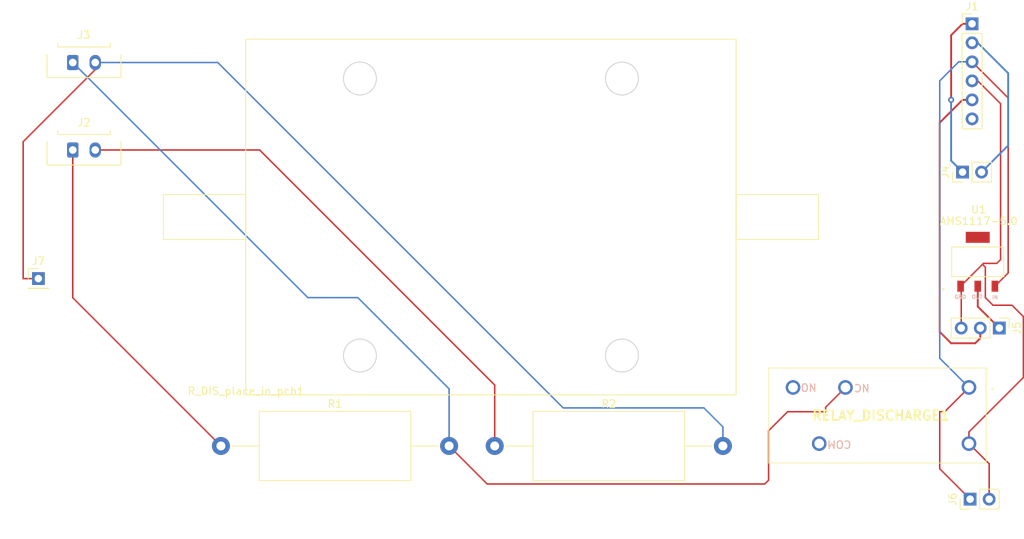
<source format=kicad_pcb>
(kicad_pcb (version 20211014) (generator pcbnew)
  (layers (0 "F.Cu" signal) (31 "B.Cu" signal) (34 "B.Paste" user) (35 "F.Paste" user) (36 "B.SilkS" user "B.Silkscreen") (37 "F.SilkS" user "F.Silkscreen") (38 "B.Mask" user) (39 "F.Mask" user) (44 "Edge.Cuts" user))
  (net 0 "")
  (net 1 "LV_{JNC}+")
  (net 2 "HV+")
  (net 4 "Net-(RELAY_DISCHARGE1-Pad4)")
  (net 5 "LV_{JNC}-")
  (net 6 "5V_{HALL}")
  (net 7 "TSMP+")
  (net 8 "TSMP-")
  (net 9 "HV-")
  (net 10 "HVD1")
  (net 11 "HVD2")
  (net 12 "HALL_SIG")
  (footprint "footprint:G2RL112DC" (layer "F.Cu") (at 190.85 103.438 180)
    (fp_text reference "RELAY_DISCHARGE1" (at 11.775 -3.75) (layer "F.SilkS") (effects (font (size 1.27 1.27) (thickness 0.254))))
    (fp_text value "G2RL-1_12DC" hide)
    (fp_text user "NO" (at 21.4122 0.0254 180 unlocked) (layer "B.SilkS"))
    (fp_text user "NC" (at 14.3002 -0.0508 180 unlocked) (layer "B.SilkS"))
    (fp_text user "COM" (at 17.3228 -7.5946 180 unlocked) (layer "B.SilkS"))
    (fp_line (start -2.3 -10.1) (end 26.75 -10.1) (layer "F.SilkS") (width 0.1))
    (fp_line (start 26.75 2.6) (end -2.3 2.6) (layer "F.SilkS") (width 0.1))
    (fp_line (start -2.3 2.6) (end -2.3 -10.1) (layer "F.SilkS") (width 0.1))
    (fp_line (start -3.2 -0.25) (end -3.2 -0.25) (layer "F.SilkS") (width 0.2))
    (fp_line (start -3.1 -0.25) (end -3.1 -0.25) (layer "F.SilkS") (width 0.2))
    (fp_line (start 26.75 -10.1) (end 26.75 2.6) (layer "F.SilkS") (width 0.1))
    (fp_line (start -3.2 -0.25) (end -3.2 -0.25) (layer "F.SilkS") (width 0.2))
    (fp_arc (start -3.1 -0.25) (mid -3.15 -0.2) (end -3.2 -0.25) (layer "F.SilkS") (width 0.2))
    (fp_arc (start -3.2 -0.25) (mid -3.15 -0.3) (end -3.1 -0.25) (layer "F.SilkS") (width 0.2))
    (fp_arc (start -3.1 -0.25) (mid -3.15 -0.2) (end -3.2 -0.25) (layer "F.SilkS") (width 0.2))
    (pad "1" thru_hole circle (at 0 0 180) (size 1.95 1.95) (drill 1.3) (layers *.Cu *.Mask) (net 1 "LV_{JNC}+"))
    (pad "2" thru_hole circle (at 16.5 0 180) (size 1.95 1.95) (drill 1.3) (layers *.Cu *.Mask) (net 2 "HV+"))
    (pad "3" thru_hole circle (at 23.5 0 180) (size 1.95 1.95) (drill 1.3) (layers *.Cu *.Mask))
    (pad "4" thru_hole circle (at 20 -7.5 180) (size 1.95 1.95) (drill 1.3) (layers *.Cu *.Mask) (net 4 "Net-(RELAY_DISCHARGE1-Pad4)"))
    (pad "5" thru_hole circle (at 0 -7.5 180) (size 1.95 1.95) (drill 1.3) (layers *.Cu *.Mask) (net 5 "LV_{JNC}-"))
  )
  (footprint "Connector_Molex:Molex_Micro-Fit_3.0_43650-0215_1x02_P3.00mm_Vertical" (layer "F.Cu") (at 71.144 60.037)
    (fp_text reference "J3" (at 1.5 -3.67) (layer "F.SilkS"))
    (fp_text value "HV")
    (fp_line (start 5.015 -2.08) (end 5.015 -2.58) (layer "F.SilkS") (width 0.12))
    (fp_line (start -2.015 -2.08) (end 5.015 -2.08) (layer "F.SilkS") (width 0.12))
    (fp_line (start 5.015 -2.58) (end 4.995 -2.58) (layer "F.SilkS") (width 0.12))
    (fp_line (start -2.015 -2.58) (end -2.015 -2.08) (layer "F.SilkS") (width 0.12))
    (fp_line (start 6.435 2.01) (end 6.435 -1.065) (layer "F.SilkS") (width 0.12))
    (fp_line (start -1.995 -2.58) (end -2.015 -2.58) (layer "F.SilkS") (width 0.12))
    (fp_line (start -3.435 -1.065) (end -3.435 2.01) (layer "F.SilkS") (width 0.12))
    (fp_line (start -3.435 2.01) (end 6.435 2.01) (layer "F.SilkS") (width 0.12))
    (pad "" np_thru_hole circle (at -3 -1.96) (size 1.27 1.27) (drill 1.27) (layers *.Cu *.Mask))
    (pad "" np_thru_hole circle (at 6 -1.96) (size 1.27 1.27) (drill 1.27) (layers *.Cu *.Mask))
    (pad "1" thru_hole roundrect (at 0 0) (size 1.5 2.02) (drill 1.02) (layers *.Cu *.Mask) (roundrect_rratio 0.166667) (net 2 "HV+"))
    (pad "2" thru_hole oval (at 3 0) (size 1.5 2.02) (drill 1.02) (layers *.Cu *.Mask) (net 9 "HV-"))
  )
  (footprint "Resistor_THT:R_Axial_DIN0922_L20.0mm_D9.0mm_P30.48mm_Horizontal" (layer "F.Cu") (at 90.932 111.252)
    (fp_text reference "R1" (at 15.24 -5.62) (layer "F.SilkS"))
    (fp_text value "10k")
    (fp_line (start 29.04 0) (end 25.36 0) (layer "F.SilkS") (width 0.12))
    (fp_line (start 25.36 4.62) (end 25.36 -4.62) (layer "F.SilkS") (width 0.12))
    (fp_line (start 5.12 -4.62) (end 5.12 4.62) (layer "F.SilkS") (width 0.12))
    (fp_line (start 1.44 0) (end 5.12 0) (layer "F.SilkS") (width 0.12))
    (fp_line (start 25.36 -4.62) (end 5.12 -4.62) (layer "F.SilkS") (width 0.12))
    (fp_line (start 5.12 4.62) (end 25.36 4.62) (layer "F.SilkS") (width 0.12))
    (pad "1" thru_hole circle (at 0 0) (size 2.4 2.4) (drill 1.2) (layers *.Cu *.Mask) (net 7 "TSMP+"))
    (pad "2" thru_hole oval (at 30.48 0) (size 2.4 2.4) (drill 1.2) (layers *.Cu *.Mask) (net 2 "HV+"))
  )
  (footprint "Resistor_THT:R_Axial_DIN0922_L20.0mm_D9.0mm_P30.48mm_Horizontal" (layer "F.Cu") (at 127.503 111.252)
    (fp_text reference "R2" (at 15.24 -5.62) (layer "F.SilkS"))
    (fp_text value "10k")
    (fp_line (start 25.36 -4.62) (end 5.12 -4.62) (layer "F.SilkS") (width 0.12))
    (fp_line (start 5.12 -4.62) (end 5.12 4.62) (layer "F.SilkS") (width 0.12))
    (fp_line (start 1.44 0) (end 5.12 0) (layer "F.SilkS") (width 0.12))
    (fp_line (start 5.12 4.62) (end 25.36 4.62) (layer "F.SilkS") (width 0.12))
    (fp_line (start 25.36 4.62) (end 25.36 -4.62) (layer "F.SilkS") (width 0.12))
    (fp_line (start 29.04 0) (end 25.36 0) (layer "F.SilkS") (width 0.12))
    (pad "1" thru_hole circle (at 0 0) (size 2.4 2.4) (drill 1.2) (layers *.Cu *.Mask) (net 8 "TSMP-"))
    (pad "2" thru_hole oval (at 30.48 0) (size 2.4 2.4) (drill 1.2) (layers *.Cu *.Mask) (net 9 "HV-"))
  )
  (footprint "Connector_PinHeader_2.54mm:PinHeader_1x02_P2.54mm_Vertical" (layer "F.Cu") (at 189.992 74.676 90)
    (fp_text reference "J4" (at 0 -2.33 90) (layer "F.SilkS"))
    (fp_text value "HVD_IN")
    (fp_line (start -1.33 -1.33) (end 0 -1.33) (layer "F.SilkS") (width 0.12))
    (fp_line (start -1.33 1.27) (end 1.33 1.27) (layer "F.SilkS") (width 0.12))
    (fp_line (start 1.33 1.27) (end 1.33 3.87) (layer "F.SilkS") (width 0.12))
    (fp_line (start -1.33 1.27) (end -1.33 3.87) (layer "F.SilkS") (width 0.12))
    (fp_line (start -1.33 0) (end -1.33 -1.33) (layer "F.SilkS") (width 0.12))
    (fp_line (start -1.33 3.87) (end 1.33 3.87) (layer "F.SilkS") (width 0.12))
    (pad "1" thru_hole rect (at 0 0 90) (size 1.7 1.7) (drill 1) (layers *.Cu *.Mask) (net 10 "HVD1"))
    (pad "2" thru_hole oval (at 0 2.54 90) (size 1.7 1.7) (drill 1) (layers *.Cu *.Mask) (net 11 "HVD2"))
  )
  (footprint "footprint:AMS1117-5.0" (layer "F.Cu") (at 192.025 86.6521)
    (fp_text reference "U1" (at 0.127 -6.985) (layer "F.SilkS"))
    (fp_text value "AMS1117-5.0" (at 0.127 -5.4356) (layer "F.SilkS"))
    (fp_text user "IN" (at 2.3114 4.7498 unlocked) (layer "B.SilkS") (effects (font (size 0.5 0.5) (thickness 0.1))))
    (fp_text user "GND" (at -2.3368 4.699 unlocked) (layer "B.SilkS") (effects (font (size 0.5 0.5) (thickness 0.1))))
    (fp_text user "OUT" (at -0.0762 4.699 unlocked) (layer "B.SilkS") (effects (font (size 0.5 0.5) (thickness 0.1))))
    (fp_line (start 3.4798 -1.9812) (end -3.4798 -1.9812) (layer "F.SilkS") (width 0.12))
    (fp_line (start 3.4798 1.9812) (end 3.4798 -1.9812) (layer "F.SilkS") (width 0.12))
    (fp_line (start -3.4798 1.9812) (end 3.4798 1.9812) (layer "F.SilkS") (width 0.12))
    (fp_line (start -3.4798 -1.9812) (end -3.4798 1.9812) (layer "F.SilkS") (width 0.12))
    (fp_circle (center -4.6228 3.6449) (end -4.4958 3.6449) (layer "F.SilkS") (width 0.12) (fill none))
    (pad "1" smd rect (at -2.29 3.2639) (size 0.889 1.4732) (layers "F.Cu" "F.Paste" "F.Mask") (net 5 "LV_{JNC}-"))
    (pad "2" smd rect (at 0 3.2639) (size 0.889 1.4732) (layers "F.Cu" "F.Paste" "F.Mask") (net 6 "5V_{HALL}"))
    (pad "3" smd rect (at 2.29 3.2639) (size 0.889 1.4732) (layers "F.Cu" "F.Paste" "F.Mask") (net 1 "LV_{JNC}+"))
    (pad "4" smd rect (at 0 -3.2639) (size 3.2004 1.4732) (layers "F.Cu" "F.Paste" "F.Mask"))
  )
  (footprint "Connector_PinHeader_2.54mm:PinHeader_1x03_P2.54mm_Vertical" (layer "F.Cu") (at 194.9002 95.5066 -90)
    (fp_text reference "J5" (at 0 -2.33 90) (layer "F.SilkS"))
    (fp_text value "HALL")
    (fp_line (start -1.33 6.41) (end 1.33 6.41) (layer "F.SilkS") (width 0.12))
    (fp_line (start 1.33 1.27) (end 1.33 6.41) (layer "F.SilkS") (width 0.12))
    (fp_line (start -1.33 1.27) (end 1.33 1.27) (layer "F.SilkS") (width 0.12))
    (fp_line (start -1.33 0) (end -1.33 -1.33) (layer "F.SilkS") (width 0.12))
    (fp_line (start -1.33 1.27) (end -1.33 6.41) (layer "F.SilkS") (width 0.12))
    (fp_line (start -1.33 -1.33) (end 0 -1.33) (layer "F.SilkS") (width 0.12))
    (pad "1" thru_hole rect (at 0 0 270) (size 1.7 1.7) (drill 1) (layers *.Cu *.Mask) (net 6 "5V_{HALL}"))
    (pad "2" thru_hole oval (at 0 2.54 270) (size 1.7 1.7) (drill 1) (layers *.Cu *.Mask) (net 12 "HALL_SIG"))
    (pad "3" thru_hole oval (at 0 5.08 270) (size 1.7 1.7) (drill 1) (layers *.Cu *.Mask) (net 5 "LV_{JNC}-"))
  )
  (footprint "Connector_PinHeader_2.54mm:PinHeader_1x06_P2.54mm_Vertical" (layer "F.Cu") (at 191.267 54.864)
    (fp_text reference "J1" (at 0 -2.33) (layer "F.SilkS"))
    (fp_text value "JUNC")
    (fp_line (start -1.33 0) (end -1.33 -1.33) (layer "F.SilkS") (width 0.12))
    (fp_line (start -1.33 1.27) (end 1.33 1.27) (layer "F.SilkS") (width 0.12))
    (fp_line (start 1.33 1.27) (end 1.33 14.03) (layer "F.SilkS") (width 0.12))
    (fp_line (start -1.33 -1.33) (end 0 -1.33) (layer "F.SilkS") (width 0.12))
    (fp_line (start -1.33 14.03) (end 1.33 14.03) (layer "F.SilkS") (width 0.12))
    (fp_line (start -1.33 1.27) (end -1.33 14.03) (layer "F.SilkS") (width 0.12))
    (pad "1" thru_hole rect (at 0 0) (size 1.7 1.7) (drill 1) (layers *.Cu *.Mask) (net 10 "HVD1"))
    (pad "2" thru_hole oval (at 0 2.54) (size 1.7 1.7) (drill 1) (layers *.Cu *.Mask) (net 11 "HVD2"))
    (pad "3" thru_hole oval (at 0 5.08) (size 1.7 1.7) (drill 1) (layers *.Cu *.Mask) (net 1 "LV_{JNC}+"))
    (pad "4" thru_hole oval (at 0 7.62) (size 1.7 1.7) (drill 1) (layers *.Cu *.Mask) (net 5 "LV_{JNC}-"))
    (pad "5" thru_hole oval (at 0 10.16) (size 1.7 1.7) (drill 1) (layers *.Cu *.Mask) (net 12 "HALL_SIG"))
    (pad "6" thru_hole oval (at 0 12.7) (size 1.7 1.7) (drill 1) (layers *.Cu *.Mask))
  )
  (footprint "footprint:HSC100" (layer "F.Cu") (at 94.25 104.427)
    (fp_text reference "R_DIS_place_in_pcb1" (at 0 -0.5 unlocked) (layer "F.SilkS"))
    (fp_text value "1k")
    (fp_rect (start 65.5 -20.75) (end 76.5 -26.75) (layer "F.SilkS") (width 0.12) (fill none))
    (fp_rect (start 0 0) (end 65.5 -47.5) (layer "F.SilkS") (width 0.12) (fill none))
    (fp_rect (start -11 -20.75) (end 0 -26.75) (layer "F.SilkS") (width 0.12) (fill none))
    (fp_circle (center 15.25 -42.25) (end 17.45 -42.25) (layer "Edge.Cuts") (width 0.12) (fill none))
    (fp_circle (center 50.25 -5.25) (end 52.45 -5.25) (layer "Edge.Cuts") (width 0.12) (fill none))
    (fp_circle (center 50.25 -42.25) (end 52.45 -42.25) (layer "Edge.Cuts") (width 0.12) (fill none))
    (fp_circle (center 15.25 -5.25) (end 17.45 -5.25) (layer "Edge.Cuts") (width 0.12) (fill none))
  )
  (footprint "Connector_Molex:Molex_Micro-Fit_3.0_43650-0215_1x02_P3.00mm_Vertical" (layer "F.Cu") (at 71.144 71.721)
    (fp_text reference "J2" (at 1.5 -3.67) (layer "F.SilkS"))
    (fp_text value "TSMP")
    (fp_line (start 5.015 -2.58) (end 4.995 -2.58) (layer "F.SilkS") (width 0.12))
    (fp_line (start 6.435 2.01) (end 6.435 -1.065) (layer "F.SilkS") (width 0.12))
    (fp_line (start -3.435 2.01) (end 6.435 2.01) (layer "F.SilkS") (width 0.12))
    (fp_line (start -1.995 -2.58) (end -2.015 -2.58) (layer "F.SilkS") (width 0.12))
    (fp_line (start -2.015 -2.58) (end -2.015 -2.08) (layer "F.SilkS") (width 0.12))
    (fp_line (start -3.435 -1.065) (end -3.435 2.01) (layer "F.SilkS") (width 0.12))
    (fp_line (start -2.015 -2.08) (end 5.015 -2.08) (layer "F.SilkS") (width 0.12))
    (fp_line (start 5.015 -2.08) (end 5.015 -2.58) (layer "F.SilkS") (width 0.12))
    (pad "" np_thru_hole circle (at -3 -1.96) (size 1.27 1.27) (drill 1.27) (layers *.Cu *.Mask))
    (pad "" np_thru_hole circle (at 6 -1.96) (size 1.27 1.27) (drill 1.27) (layers *.Cu *.Mask))
    (pad "1" thru_hole roundrect (at 0 0) (size 1.5 2.02) (drill 1.02) (layers *.Cu *.Mask) (roundrect_rratio 0.166667) (net 7 "TSMP+"))
    (pad "2" thru_hole oval (at 3 0) (size 1.5 2.02) (drill 1.02) (layers *.Cu *.Mask) (net 8 "TSMP-"))
  )
  (footprint "Connector_PinHeader_2.54mm:PinHeader_1x01_P2.54mm_Vertical" (layer "F.Cu") (at 66.548 88.9)
    (fp_text reference "J7" (at 0 -2.33) (layer "F.SilkS"))
    (fp_text value "R_DISCHARGE")
    (fp_line (start -1.33 1.33) (end 1.33 1.33) (layer "F.SilkS") (width 0.12))
    (fp_line (start -1.33 1.27) (end 1.33 1.27) (layer "F.SilkS") (width 0.12))
    (fp_line (start 1.33 1.27) (end 1.33 1.33) (layer "F.SilkS") (width 0.12))
    (fp_line (start -1.33 0) (end -1.33 -1.33) (layer "F.SilkS") (width 0.12))
    (fp_line (start -1.33 -1.33) (end 0 -1.33) (layer "F.SilkS") (width 0.12))
    (fp_line (start -1.33 1.27) (end -1.33 1.33) (layer "F.SilkS") (width 0.12))
    (pad "1" thru_hole rect (at 0 0) (size 1.7 1.7) (drill 1) (layers *.Cu *.Mask) (net 9 "HV-"))
  )
  (footprint "Connector_PinHeader_2.54mm:PinHeader_1x02_P2.54mm_Vertical" (layer "F.Cu") (at 191.008 118.364 90)
    (fp_text reference "J6" (at 0 -2.33 90) (layer "F.SilkS"))
    (fp_text value "ENERGYMETER")
    (fp_line (start -1.33 0) (end -1.33 -1.33) (layer "F.SilkS") (width 0.12))
    (fp_line (start -1.33 1.27) (end 1.33 1.27) (layer "F.SilkS") (width 0.12))
    (fp_line (start 1.33 1.27) (end 1.33 3.87) (layer "F.SilkS") (width 0.12))
    (fp_line (start -1.33 3.87) (end 1.33 3.87) (layer "F.SilkS") (width 0.12))
    (fp_line (start -1.33 1.27) (end -1.33 3.87) (layer "F.SilkS") (width 0.12))
    (fp_line (start -1.33 -1.33) (end 0 -1.33) (layer "F.SilkS") (width 0.12))
    (pad "1" thru_hole rect (at 0 0 90) (size 1.7 1.7) (drill 1) (layers *.Cu *.Mask) (net 1 "LV_{JNC}+"))
    (pad "2" thru_hole oval (at 0 2.54 90) (size 1.7 1.7) (drill 1) (layers *.Cu *.Mask) (net 5 "LV_{JNC}-"))
  )
  (segment (start 187.608 106.68) (end 186.944 106.68) (width 0.2) (layer "F.Cu") (net 1))
  (segment (start 186.944 106.68) (end 186.944 114.3) (width 0.2) (layer "F.Cu") (net 1))
  (segment (start 194.315 89.916) (end 196.088 88.143) (width 0.2) (layer "F.Cu") (net 1))
  (segment (start 186.944 114.3) (end 191.008 118.364) (width 0.2) (layer "F.Cu") (net 1))
  (segment (start 190.85 103.438) (end 187.608 106.68) (width 0.2) (layer "F.Cu") (net 1))
  (segment (start 196.088 64.765) (end 191.267 59.944) (width 0.2) (layer "F.Cu") (net 1))
  (segment (start 196.088 88.143) (end 196.088 64.765) (width 0.2) (layer "F.Cu") (net 1))
  (segment (start 186.944 99.532) (end 186.944 62.484) (width 0.2) (layer "B.Cu") (net 1))
  (segment (start 189.484 59.944) (end 191.267 59.944) (width 0.2) (layer "B.Cu") (net 1))
  (segment (start 190.85 103.438) (end 186.944 99.532) (width 0.2) (layer "B.Cu") (net 1))
  (segment (start 186.944 62.484) (end 189.484 59.944) (width 0.2) (layer "B.Cu") (net 1))
  (segment (start 164.084 115.824) (end 164.084 109.22) (width 0.2) (layer "F.Cu") (net 2))
  (segment (start 163.576 116.332) (end 164.084 115.824) (width 0.2) (layer "F.Cu") (net 2))
  (segment (start 171.704 106.68) (end 171.704 106.084) (width 0.2) (layer "F.Cu") (net 2))
  (segment (start 121.412 111.252) (end 126.492 116.332) (width 0.2) (layer "F.Cu") (net 2))
  (segment (start 126.492 116.332) (end 163.576 116.332) (width 0.2) (layer "F.Cu") (net 2))
  (segment (start 164.084 109.22) (end 166.624 106.68) (width 0.2) (layer "F.Cu") (net 2))
  (segment (start 171.704 106.084) (end 174.35 103.438) (width 0.2) (layer "F.Cu") (net 2))
  (segment (start 166.624 106.68) (end 171.704 106.68) (width 0.2) (layer "F.Cu") (net 2))
  (segment (start 71.144 60.037) (end 102.547 91.44) (width 0.2) (layer "B.Cu") (net 2))
  (segment (start 102.547 91.44) (end 109.22 91.44) (width 0.2) (layer "B.Cu") (net 2))
  (segment (start 121.412 103.632) (end 121.412 111.252) (width 0.2) (layer "B.Cu") (net 2))
  (segment (start 109.22 91.44) (end 121.412 103.632) (width 0.2) (layer "B.Cu") (net 2))
  (segment (start 192.6575 86.9935) (end 192.783 86.868) (width 0.2) (layer "F.Cu") (net 5))
  (segment (start 198.12 102.108) (end 198.12 93.98) (width 0.2) (layer "F.Cu") (net 5))
  (segment (start 190.85 110.938) (end 190.85 109.378) (width 0.2) (layer "F.Cu") (net 5))
  (segment (start 189.8202 90.0012) (end 189.735 89.916) (width 0.2) (layer "F.Cu") (net 5))
  (segment (start 193.04 91.44) (end 193.04 87.376) (width 0.2) (layer "F.Cu") (net 5))
  (segment (start 194.564 86.868) (end 195.072 86.36) (width 0.2) (layer "F.Cu") (net 5))
  (segment (start 196.596 92.456) (end 194.056 92.456) (width 0.2) (layer "F.Cu") (net 5))
  (segment (start 193.548 113.636) (end 190.85 110.938) (width 0.2) (layer "F.Cu") (net 5))
  (segment (start 195.072 86.36) (end 195.072 65.532) (width 0.2) (layer "F.Cu") (net 5))
  (segment (start 198.12 93.98) (end 196.596 92.456) (width 0.2) (layer "F.Cu") (net 5))
  (segment (start 195.072 65.532) (end 192.024 62.484) (width 0.2) (layer "F.Cu") (net 5))
  (segment (start 192.783 86.868) (end 194.564 86.868) (width 0.2) (layer "F.Cu") (net 5))
  (segment (start 194.056 92.456) (end 193.04 91.44) (width 0.2) (layer "F.Cu") (net 5))
  (segment (start 192.024 62.484) (end 191.267 62.484) (width 0.2) (layer "F.Cu") (net 5))
  (segment (start 193.548 118.364) (end 193.548 113.636) (width 0.2) (layer "F.Cu") (net 5))
  (segment (start 190.85 109.378) (end 198.12 102.108) (width 0.2) (layer "F.Cu") (net 5))
  (segment (start 189.8202 95.5066) (end 189.8202 90.0012) (width 0.2) (layer "F.Cu") (net 5))
  (segment (start 193.04 87.376) (end 192.6575 86.9935) (width 0.2) (layer "F.Cu") (net 5))
  (segment (start 189.735 89.916) (end 192.6575 86.9935) (width 0.2) (layer "F.Cu") (net 5))
  (segment (start 192.025 89.916) (end 192.025 92.6314) (width 0.25) (layer "F.Cu") (net 6))
  (segment (start 192.025 92.6314) (end 194.9002 95.5066) (width 0.25) (layer "F.Cu") (net 6))
  (segment (start 90.932 111.252) (end 71.144 91.464) (width 0.2) (layer "F.Cu") (net 7))
  (segment (start 71.144 91.464) (end 71.144 71.721) (width 0.2) (layer "F.Cu") (net 7))
  (segment (start 74.144 71.721) (end 96.105 71.721) (width 0.2) (layer "F.Cu") (net 8))
  (segment (start 127.503 103.119) (end 127.503 111.252) (width 0.2) (layer "F.Cu") (net 8))
  (segment (start 96.105 71.721) (end 127.503 103.119) (width 0.2) (layer "F.Cu") (net 8))
  (segment (start 64.516 88.9) (end 66.548 88.9) (width 0.2) (layer "F.Cu") (net 9))
  (segment (start 74.144 60.037) (end 74.144 60.984) (width 0.2) (layer "F.Cu") (net 9))
  (segment (start 64.516 70.612) (end 64.516 88.9) (width 0.2) (layer "F.Cu") (net 9))
  (segment (start 74.144 60.984) (end 64.516 70.612) (width 0.2) (layer "F.Cu") (net 9))
  (segment (start 90.517 60.037) (end 136.652 106.172) (width 0.2) (layer "B.Cu") (net 9))
  (segment (start 155.448 106.172) (end 157.983 108.707) (width 0.2) (layer "B.Cu") (net 9))
  (segment (start 157.983 108.707) (end 157.983 111.252) (width 0.2) (layer "B.Cu") (net 9))
  (segment (start 136.652 106.172) (end 155.448 106.172) (width 0.2) (layer "B.Cu") (net 9))
  (segment (start 74.144 60.037) (end 90.517 60.037) (width 0.2) (layer "B.Cu") (net 9))
  (segment (start 191.267 54.864) (end 189.992 54.864) (width 0.25) (layer "F.Cu") (net 10))
  (segment (start 188.468 56.388) (end 188.468 65.024) (width 0.25) (layer "F.Cu") (net 10))
  (segment (start 189.992 54.864) (end 188.468 56.388) (width 0.25) (layer "F.Cu") (net 10))
  (via (at 188.468 65.024) (size 0.8) (drill 0.4) (layers "F.Cu" "B.Cu") (net 10))
  (segment (start 188.468 73.152) (end 189.992 74.676) (width 0.25) (layer "B.Cu") (net 10))
  (segment (start 188.468 65.024) (end 188.468 73.152) (width 0.25) (layer "B.Cu") (net 10))
  (segment (start 192.024 57.404) (end 191.267 57.404) (width 0.25) (layer "B.Cu") (net 11))
  (segment (start 196.088 61.468) (end 192.024 57.404) (width 0.25) (layer "B.Cu") (net 11))
  (segment (start 192.532 74.676) (end 196.088 71.12) (width 0.25) (layer "B.Cu") (net 11))
  (segment (start 196.088 71.12) (end 196.088 61.468) (width 0.25) (layer "B.Cu") (net 11))
  (segment (start 189.992 65.024) (end 191.267 65.024) (width 0.25) (layer "F.Cu") (net 12))
  (segment (start 186.944 68.072) (end 189.992 65.024) (width 0.25) (layer "F.Cu") (net 12))
  (segment (start 186.944 96.012) (end 186.944 68.072) (width 0.25) (layer "F.Cu") (net 12))
  (segment (start 192.3602 95.5066) (end 192.3602 96.8562) (width 0.25) (layer "F.Cu") (net 12))
  (segment (start 188.468 97.536) (end 186.944 96.012) (width 0.25) (layer "F.Cu") (net 12))
  (segment (start 191.6804 97.536) (end 188.468 97.536) (width 0.25) (layer "F.Cu") (net 12))
  (segment (start 192.3602 96.8562) (end 191.6804 97.536) (width 0.25) (layer "F.Cu") (net 12))
)
</source>
